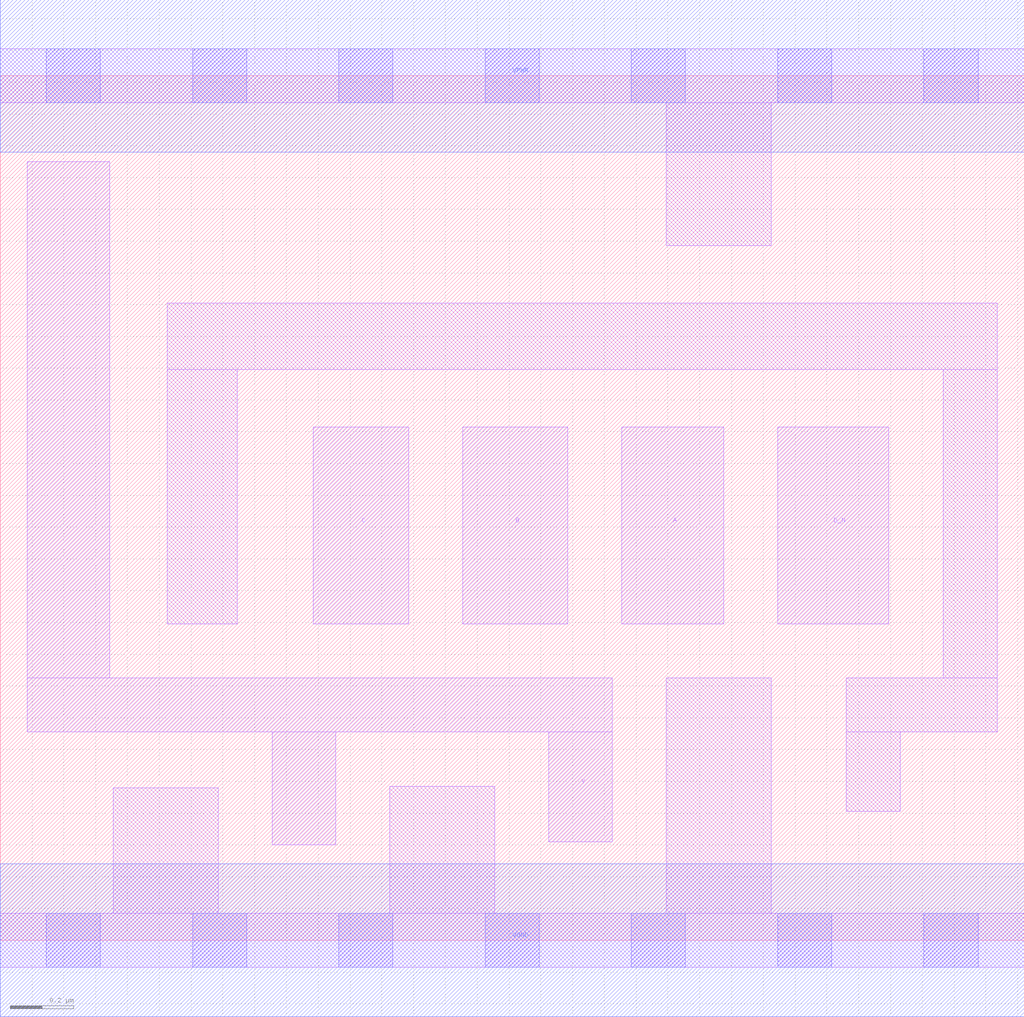
<source format=lef>
# Copyright 2020 The SkyWater PDK Authors
#
# Licensed under the Apache License, Version 2.0 (the "License");
# you may not use this file except in compliance with the License.
# You may obtain a copy of the License at
#
#     https://www.apache.org/licenses/LICENSE-2.0
#
# Unless required by applicable law or agreed to in writing, software
# distributed under the License is distributed on an "AS IS" BASIS,
# WITHOUT WARRANTIES OR CONDITIONS OF ANY KIND, either express or implied.
# See the License for the specific language governing permissions and
# limitations under the License.
#
# SPDX-License-Identifier: Apache-2.0

VERSION 5.7 ;
  NAMESCASESENSITIVE ON ;
  NOWIREEXTENSIONATPIN ON ;
  DIVIDERCHAR "/" ;
  BUSBITCHARS "[]" ;
UNITS
  DATABASE MICRONS 200 ;
END UNITS
MACRO sky130_fd_sc_hd__nor4b_1
  CLASS CORE ;
  SOURCE USER ;
  FOREIGN sky130_fd_sc_hd__nor4b_1 ;
  ORIGIN  0.000000  0.000000 ;
  SIZE  3.220000 BY  2.720000 ;
  SYMMETRY X Y R90 ;
  SITE unithd ;
  PIN A
    ANTENNAGATEAREA  0.247500 ;
    DIRECTION INPUT ;
    USE SIGNAL ;
    PORT
      LAYER li1 ;
        RECT 1.955000 0.995000 2.275000 1.615000 ;
    END
  END A
  PIN B
    ANTENNAGATEAREA  0.247500 ;
    DIRECTION INPUT ;
    USE SIGNAL ;
    PORT
      LAYER li1 ;
        RECT 1.455000 0.995000 1.785000 1.615000 ;
    END
  END B
  PIN C
    ANTENNAGATEAREA  0.247500 ;
    DIRECTION INPUT ;
    USE SIGNAL ;
    PORT
      LAYER li1 ;
        RECT 0.985000 0.995000 1.285000 1.615000 ;
    END
  END C
  PIN D_N
    ANTENNAGATEAREA  0.126000 ;
    DIRECTION INPUT ;
    USE SIGNAL ;
    PORT
      LAYER li1 ;
        RECT 2.445000 0.995000 2.795000 1.615000 ;
    END
  END D_N
  PIN Y
    ANTENNADIFFAREA  0.871000 ;
    DIRECTION OUTPUT ;
    USE SIGNAL ;
    PORT
      LAYER li1 ;
        RECT 0.085000 0.655000 1.925000 0.825000 ;
        RECT 0.085000 0.825000 0.345000 2.450000 ;
        RECT 0.855000 0.300000 1.055000 0.655000 ;
        RECT 1.725000 0.310000 1.925000 0.655000 ;
    END
  END Y
  PIN VGND
    DIRECTION INOUT ;
    SHAPE ABUTMENT ;
    USE GROUND ;
    PORT
      LAYER met1 ;
        RECT 0.000000 -0.240000 3.220000 0.240000 ;
    END
  END VGND
  PIN VPWR
    DIRECTION INOUT ;
    SHAPE ABUTMENT ;
    USE POWER ;
    PORT
      LAYER met1 ;
        RECT 0.000000 2.480000 3.220000 2.960000 ;
    END
  END VPWR
  OBS
    LAYER li1 ;
      RECT 0.000000 -0.085000 3.220000 0.085000 ;
      RECT 0.000000  2.635000 3.220000 2.805000 ;
      RECT 0.355000  0.085000 0.685000 0.480000 ;
      RECT 0.525000  0.995000 0.745000 1.795000 ;
      RECT 0.525000  1.795000 3.135000 2.005000 ;
      RECT 1.225000  0.085000 1.555000 0.485000 ;
      RECT 2.095000  0.085000 2.425000 0.825000 ;
      RECT 2.095000  2.185000 2.425000 2.635000 ;
      RECT 2.660000  0.405000 2.830000 0.655000 ;
      RECT 2.660000  0.655000 3.135000 0.825000 ;
      RECT 2.965000  0.825000 3.135000 1.795000 ;
    LAYER mcon ;
      RECT 0.145000 -0.085000 0.315000 0.085000 ;
      RECT 0.145000  2.635000 0.315000 2.805000 ;
      RECT 0.605000 -0.085000 0.775000 0.085000 ;
      RECT 0.605000  2.635000 0.775000 2.805000 ;
      RECT 1.065000 -0.085000 1.235000 0.085000 ;
      RECT 1.065000  2.635000 1.235000 2.805000 ;
      RECT 1.525000 -0.085000 1.695000 0.085000 ;
      RECT 1.525000  2.635000 1.695000 2.805000 ;
      RECT 1.985000 -0.085000 2.155000 0.085000 ;
      RECT 1.985000  2.635000 2.155000 2.805000 ;
      RECT 2.445000 -0.085000 2.615000 0.085000 ;
      RECT 2.445000  2.635000 2.615000 2.805000 ;
      RECT 2.905000 -0.085000 3.075000 0.085000 ;
      RECT 2.905000  2.635000 3.075000 2.805000 ;
  END
END sky130_fd_sc_hd__nor4b_1

</source>
